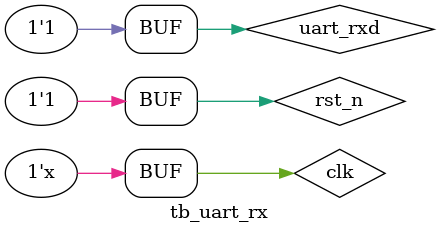
<source format=v>
`timescale 1ns/1ns

module tb_uart_rx ();
reg  clk;
reg  rst_n;
reg  uart_rxd;
wire uart_done;
wire uart_busy;
wire [7:0] uart_data;
initial begin
    clk      <= 1'b0;
    rst_n    <= 1'b0;
    uart_rxd <= 1'b1;
    #100 
    rst_n <= 1'b1;
    #200    uart_rxd <= 1'b0;
    #200    uart_rxd <= 1'b0;
    #200    uart_rxd <= 1'b1;
    #200    uart_rxd <= 1'b1;
    #200    uart_rxd <= 1'b0;
    #200    uart_rxd <= 1'b1;
    #200    uart_rxd <= 1'b0;
    #200    uart_rxd <= 1'b0;
    #200    uart_rxd <= 1'b1;
end

always #1 clk <= ~clk;

uart_rx uart_rx_u(
    .clk         (clk),
    .rst_n       (rst_n),
    .uart_cnt    (16'd100),
    .uart_rxd    (uart_rxd),
    .uart_done   (uart_done),
    .uart_busy   (uart_busy),
    .uart_data   (uart_data)
);

    
endmodule
</source>
